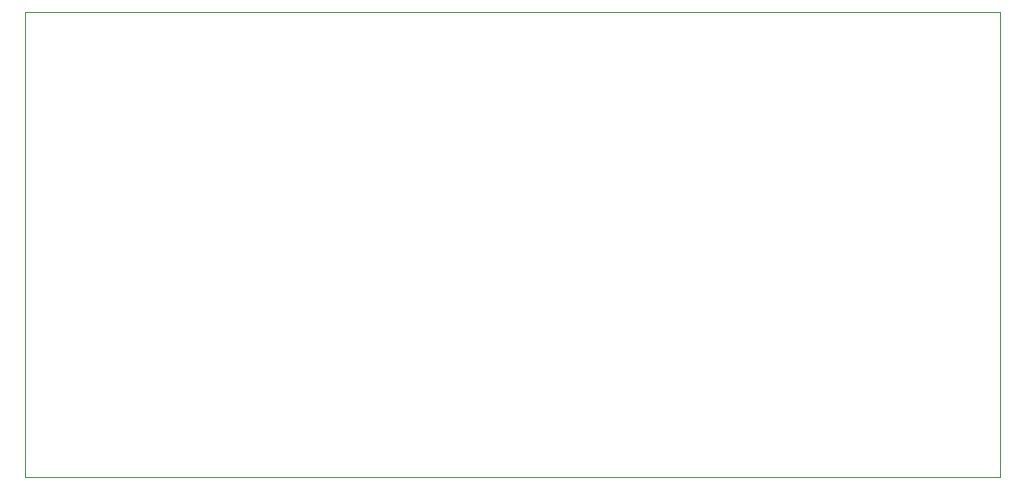
<source format=gbr>
G04 #@! TF.GenerationSoftware,KiCad,Pcbnew,(5.1.4)-1*
G04 #@! TF.CreationDate,2023-01-01T20:42:33-03:00*
G04 #@! TF.ProjectId,osukeypad-pcb,6f73756b-6579-4706-9164-2d7063622e6b,rev?*
G04 #@! TF.SameCoordinates,Original*
G04 #@! TF.FileFunction,Profile,NP*
%FSLAX46Y46*%
G04 Gerber Fmt 4.6, Leading zero omitted, Abs format (unit mm)*
G04 Created by KiCad (PCBNEW (5.1.4)-1) date 2023-01-01 20:42:33*
%MOMM*%
%LPD*%
G04 APERTURE LIST*
%ADD10C,0.050000*%
G04 APERTURE END LIST*
D10*
X40640000Y-91440000D02*
X40640000Y-52070000D01*
X123190000Y-91440000D02*
X40640000Y-91440000D01*
X123190000Y-52070000D02*
X123190000Y-91440000D01*
X123190000Y-52070000D02*
X40640000Y-52070000D01*
M02*

</source>
